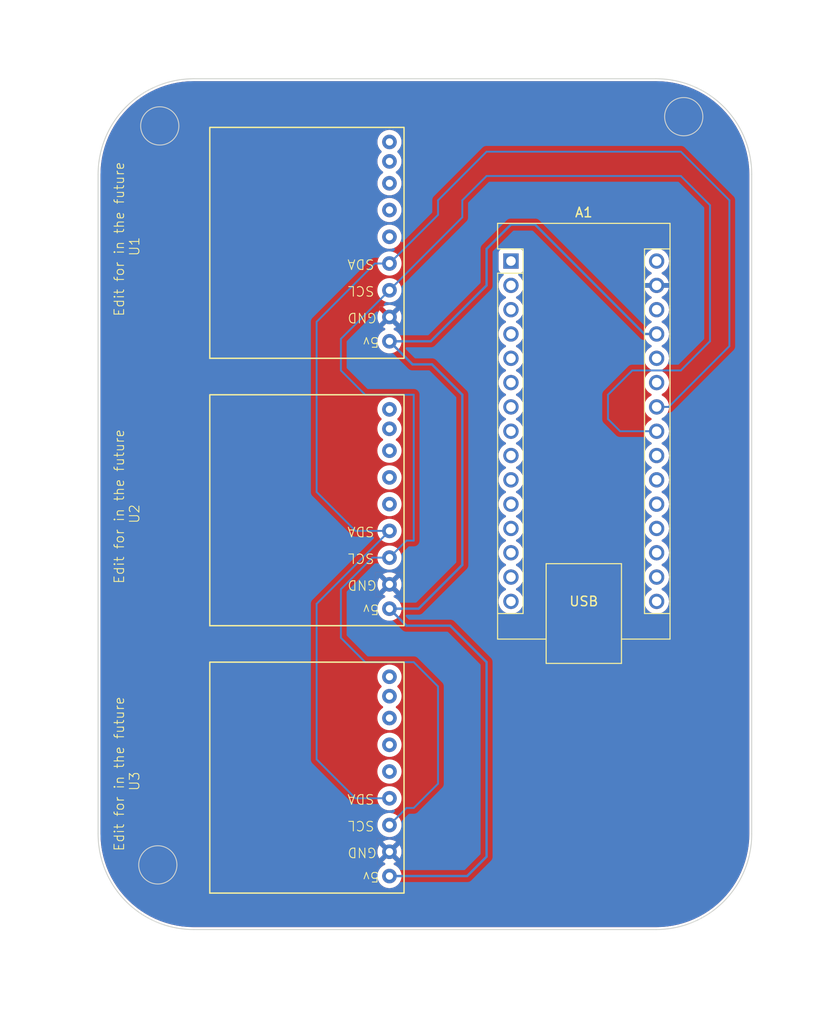
<source format=kicad_pcb>
(kicad_pcb (version 20221018) (generator pcbnew)
  (layers (0 "F.Cu" signal) (31 "B.Cu" signal) (34 "B.Paste" user) (35 "F.Paste" user) (36 "B.SilkS" user "B.Silkscreen") (37 "F.SilkS" user "F.Silkscreen") (38 "B.Mask" user) (39 "F.Mask" user) (44 "Edge.Cuts" user))
  (net 0 "")
  (net 23 "A4")
  (net 24 "A5")
  (net 27 "+5V")
  (net 29 "Net-(A1-GND-Pad29)")
  (footprint "Adafruit_MCP9600:Adafruit-MCP9600" (layer "F.Cu") (at 137.16 127 90)
    (fp_text reference "U3" (at 0.254 -16.51 90 unlocked) (layer "F.SilkS") (effects (font (thickness 0.1))))
    (fp_text value "~")
    (fp_text user "5v" (at -9.144 9.144 180 unlocked) (layer "F.SilkS") (effects (font (thickness 0.1)) (justify left bottom)))
    (fp_text user "SCL" (at -3.81 8.636 180 unlocked) (layer "F.SilkS") (effects (font (thickness 0.1)) (justify left bottom)))
    (fp_text user "SDA" (at -1.016 8.636 180 unlocked) (layer "F.SilkS") (effects (font (thickness 0.1)) (justify left bottom)))
    (fp_text user "GND" (at -6.604 8.89 180 unlocked) (layer "F.SilkS") (effects (font (thickness 0.1)) (justify left bottom)))
    (fp_text user "Edit for in the future " (at -7.112 -17.526 90 unlocked) (layer "F.SilkS") (effects (font (thickness 0.1)) (justify left bottom)))
    (fp_rect (start -11.43 -8.636) (end 12.7 11.684) (stroke (width 0.15)) (fill none) (layer "F.SilkS"))
    (pad "1" thru_hole circle (at -9.652 10.16 90) (size 1.524 1.524) (drill 0.762) (layers "*.Cu" "*.Mask") (net 27 "+5V"))
    (pad "2" thru_hole circle (at -7.112 10.16 90) (size 1.524 1.524) (drill 0.762) (layers "*.Cu" "*.Mask") (net 29 "Net-(A1-GND-Pad29)"))
    (pad "3" thru_hole circle (at -4.318 10.16 90) (size 1.524 1.524) (drill 0.762) (layers "*.Cu" "*.Mask") (net 23 "A4"))
    (pad "4" thru_hole circle (at -1.524 10.16 90) (size 1.524 1.524) (drill 0.762) (layers "*.Cu" "*.Mask") (net 24 "A5"))
    (pad "5" thru_hole circle (at 1.27 10.16 90) (size 1.524 1.524) (drill 0.762) (layers "*.Cu" "*.Mask"))
    (pad "6" thru_hole circle (at 4.064 10.16 90) (size 1.524 1.524) (drill 0.762) (layers "*.Cu" "*.Mask"))
    (pad "7" thru_hole circle (at 6.858 10.16 90) (size 1.524 1.524) (drill 0.762) (layers "*.Cu" "*.Mask"))
    (pad "8" thru_hole circle (at 9.144 10.16 90) (size 1.524 1.524) (drill 0.762) (layers "*.Cu" "*.Mask"))
    (pad "9" thru_hole circle (at 11.176 10.16 90) (size 1.524 1.524) (drill 0.762) (layers "*.Cu" "*.Mask"))
  )
  (footprint "Adafruit_MCP9600:Adafruit-MCP9600" (layer "F.Cu") (at 137.16 99.06 90)
    (fp_text reference "U2" (at 0.254 -16.51 90 unlocked) (layer "F.SilkS") (effects (font (thickness 0.1))))
    (fp_text value "~")
    (fp_text user "SDA" (at -1.016 8.636 180 unlocked) (layer "F.SilkS") (effects (font (thickness 0.1)) (justify left bottom)))
    (fp_text user "Edit for in the future " (at -7.112 -17.526 90 unlocked) (layer "F.SilkS") (effects (font (thickness 0.1)) (justify left bottom)))
    (fp_text user "SCL" (at -3.81 8.636 180 unlocked) (layer "F.SilkS") (effects (font (thickness 0.1)) (justify left bottom)))
    (fp_text user "5v" (at -9.144 9.144 180 unlocked) (layer "F.SilkS") (effects (font (thickness 0.1)) (justify left bottom)))
    (fp_text user "GND" (at -6.604 8.89 180 unlocked) (layer "F.SilkS") (effects (font (thickness 0.1)) (justify left bottom)))
    (fp_rect (start -11.43 -8.636) (end 12.7 11.684) (stroke (width 0.15)) (fill none) (layer "F.SilkS"))
    (pad "1" thru_hole circle (at -9.652 10.16 90) (size 1.524 1.524) (drill 0.762) (layers "*.Cu" "*.Mask") (net 27 "+5V"))
    (pad "2" thru_hole circle (at -7.112 10.16 90) (size 1.524 1.524) (drill 0.762) (layers "*.Cu" "*.Mask") (net 29 "Net-(A1-GND-Pad29)"))
    (pad "3" thru_hole circle (at -4.318 10.16 90) (size 1.524 1.524) (drill 0.762) (layers "*.Cu" "*.Mask") (net 23 "A4"))
    (pad "4" thru_hole circle (at -1.524 10.16 90) (size 1.524 1.524) (drill 0.762) (layers "*.Cu" "*.Mask") (net 24 "A5"))
    (pad "5" thru_hole circle (at 1.27 10.16 90) (size 1.524 1.524) (drill 0.762) (layers "*.Cu" "*.Mask"))
    (pad "6" thru_hole circle (at 4.064 10.16 90) (size 1.524 1.524) (drill 0.762) (layers "*.Cu" "*.Mask"))
    (pad "7" thru_hole circle (at 6.858 10.16 90) (size 1.524 1.524) (drill 0.762) (layers "*.Cu" "*.Mask"))
    (pad "8" thru_hole circle (at 9.144 10.16 90) (size 1.524 1.524) (drill 0.762) (layers "*.Cu" "*.Mask"))
    (pad "9" thru_hole circle (at 11.176 10.16 90) (size 1.524 1.524) (drill 0.762) (layers "*.Cu" "*.Mask"))
  )
  (footprint "Module:Arduino_Nano" (layer "F.Cu") (at 160.03 72.39)
    (fp_text reference "A1" (at 7.62 -5.08) (layer "F.SilkS"))
    (fp_text value "Arduino_Nano_v3.x")
    (fp_text user "USB" (at 7.62 35.56 unlocked) (layer "F.SilkS"))
    (fp_line (start -1.4 -3.94) (end -1.4 -1.27) (stroke (width 0.12)) (layer "F.SilkS"))
    (fp_line (start -1.4 1.27) (end -1.4 39.5) (stroke (width 0.12)) (layer "F.SilkS"))
    (fp_line (start -1.4 39.5) (end 3.68 39.5) (stroke (width 0.12)) (layer "F.SilkS"))
    (fp_line (start 1.27 -1.27) (end -1.4 -1.27) (stroke (width 0.12)) (layer "F.SilkS"))
    (fp_line (start 1.27 1.27) (end -1.4 1.27) (stroke (width 0.12)) (layer "F.SilkS"))
    (fp_line (start 1.27 1.27) (end 1.27 -1.27) (stroke (width 0.12)) (layer "F.SilkS"))
    (fp_line (start 1.27 1.27) (end 1.27 36.83) (stroke (width 0.12)) (layer "F.SilkS"))
    (fp_line (start 1.27 36.83) (end -1.4 36.83) (stroke (width 0.12)) (layer "F.SilkS"))
    (fp_line (start 3.68 31.62) (end 11.56 31.62) (stroke (width 0.12)) (layer "F.SilkS"))
    (fp_line (start 3.68 42.04) (end 3.68 31.62) (stroke (width 0.12)) (layer "F.SilkS"))
    (fp_line (start 11.56 31.62) (end 11.56 42.04) (stroke (width 0.12)) (layer "F.SilkS"))
    (fp_line (start 11.56 42.04) (end 3.68 42.04) (stroke (width 0.12)) (layer "F.SilkS"))
    (fp_line (start 13.97 -1.27) (end 13.97 36.83) (stroke (width 0.12)) (layer "F.SilkS"))
    (fp_line (start 13.97 -1.27) (end 16.64 -1.27) (stroke (width 0.12)) (layer "F.SilkS"))
    (fp_line (start 13.97 36.83) (end 16.64 36.83) (stroke (width 0.12)) (layer "F.SilkS"))
    (fp_line (start 16.64 -3.94) (end -1.4 -3.94) (stroke (width 0.12)) (layer "F.SilkS"))
    (fp_line (start 16.64 39.5) (end 11.56 39.5) (stroke (width 0.12)) (layer "F.SilkS"))
    (fp_line (start 16.64 39.5) (end 16.64 -3.94) (stroke (width 0.12)) (layer "F.SilkS"))
    (pad "1" thru_hole rect (at 0 0) (size 1.6 1.6) (drill 1) (layers "*.Cu" "*.Mask"))
    (pad "2" thru_hole oval (at 0 2.54) (size 1.6 1.6) (drill 1) (layers "*.Cu" "*.Mask"))
    (pad "3" thru_hole oval (at 0 5.08) (size 1.6 1.6) (drill 1) (layers "*.Cu" "*.Mask"))
    (pad "4" thru_hole oval (at 0 7.62) (size 1.6 1.6) (drill 1) (layers "*.Cu" "*.Mask"))
    (pad "5" thru_hole oval (at 0 10.16) (size 1.6 1.6) (drill 1) (layers "*.Cu" "*.Mask"))
    (pad "6" thru_hole oval (at 0 12.7) (size 1.6 1.6) (drill 1) (layers "*.Cu" "*.Mask"))
    (pad "7" thru_hole oval (at 0 15.24) (size 1.6 1.6) (drill 1) (layers "*.Cu" "*.Mask"))
    (pad "8" thru_hole oval (at 0 17.78) (size 1.6 1.6) (drill 1) (layers "*.Cu" "*.Mask"))
    (pad "9" thru_hole oval (at 0 20.32) (size 1.6 1.6) (drill 1) (layers "*.Cu" "*.Mask"))
    (pad "10" thru_hole oval (at 0 22.86) (size 1.6 1.6) (drill 1) (layers "*.Cu" "*.Mask"))
    (pad "11" thru_hole oval (at 0 25.4) (size 1.6 1.6) (drill 1) (layers "*.Cu" "*.Mask"))
    (pad "12" thru_hole oval (at 0 27.94) (size 1.6 1.6) (drill 1) (layers "*.Cu" "*.Mask"))
    (pad "13" thru_hole oval (at 0 30.48) (size 1.6 1.6) (drill 1) (layers "*.Cu" "*.Mask"))
    (pad "14" thru_hole oval (at 0 33.02) (size 1.6 1.6) (drill 1) (layers "*.Cu" "*.Mask"))
    (pad "15" thru_hole oval (at 0 35.56) (size 1.6 1.6) (drill 1) (layers "*.Cu" "*.Mask"))
    (pad "16" thru_hole oval (at 15.24 35.56) (size 1.6 1.6) (drill 1) (layers "*.Cu" "*.Mask"))
    (pad "17" thru_hole oval (at 15.24 33.02) (size 1.6 1.6) (drill 1) (layers "*.Cu" "*.Mask"))
    (pad "18" thru_hole oval (at 15.24 30.48) (size 1.6 1.6) (drill 1) (layers "*.Cu" "*.Mask"))
    (pad "19" thru_hole oval (at 15.24 27.94) (size 1.6 1.6) (drill 1) (layers "*.Cu" "*.Mask"))
    (pad "20" thru_hole oval (at 15.24 25.4) (size 1.6 1.6) (drill 1) (layers "*.Cu" "*.Mask"))
    (pad "21" thru_hole oval (at 15.24 22.86) (size 1.6 1.6) (drill 1) (layers "*.Cu" "*.Mask"))
    (pad "22" thru_hole oval (at 15.24 20.32) (size 1.6 1.6) (drill 1) (layers "*.Cu" "*.Mask"))
    (pad "23" thru_hole oval (at 15.24 17.78) (size 1.6 1.6) (drill 1) (layers "*.Cu" "*.Mask") (net 23 "A4"))
    (pad "24" thru_hole oval (at 15.24 15.24) (size 1.6 1.6) (drill 1) (layers "*.Cu" "*.Mask") (net 24 "A5"))
    (pad "25" thru_hole oval (at 15.24 12.7) (size 1.6 1.6) (drill 1) (layers "*.Cu" "*.Mask"))
    (pad "26" thru_hole oval (at 15.24 10.16) (size 1.6 1.6) (drill 1) (layers "*.Cu" "*.Mask"))
    (pad "27" thru_hole oval (at 15.24 7.62) (size 1.6 1.6) (drill 1) (layers "*.Cu" "*.Mask") (net 27 "+5V"))
    (pad "28" thru_hole oval (at 15.24 5.08) (size 1.6 1.6) (drill 1) (layers "*.Cu" "*.Mask"))
    (pad "29" thru_hole oval (at 15.24 2.54) (size 1.6 1.6) (drill 1) (layers "*.Cu" "*.Mask") (net 29 "Net-(A1-GND-Pad29)"))
    (pad "30" thru_hole oval (at 15.24 0) (size 1.6 1.6) (drill 1) (layers "*.Cu" "*.Mask"))
  )
  (footprint "Adafruit_MCP9600:Adafruit-MCP9600" (layer "F.Cu") (at 137.16 71.12 90)
    (fp_text reference "U1" (at 0.254 -16.51 90 unlocked) (layer "F.SilkS") (effects (font (thickness 0.1))))
    (fp_text value "~")
    (fp_text user "GND" (at -6.604 8.89 180 unlocked) (layer "F.SilkS") (effects (font (thickness 0.1)) (justify left bottom)))
    (fp_text user "SDA" (at -1.016 8.636 180 unlocked) (layer "F.SilkS") (effects (font (thickness 0.1)) (justify left bottom)))
    (fp_text user "SCL" (at -3.81 8.636 180 unlocked) (layer "F.SilkS") (effects (font (thickness 0.1)) (justify left bottom)))
    (fp_text user "5v" (at -9.144 9.144 180 unlocked) (layer "F.SilkS") (effects (font (thickness 0.1)) (justify left bottom)))
    (fp_text user "Edit for in the future " (at -7.112 -17.526 90 unlocked) (layer "F.SilkS") (effects (font (thickness 0.1)) (justify left bottom)))
    (fp_rect (start -11.43 -8.636) (end 12.7 11.684) (stroke (width 0.15)) (fill none) (layer "F.SilkS"))
    (pad "1" thru_hole circle (at -9.652 10.16 90) (size 1.524 1.524) (drill 0.762) (layers "*.Cu" "*.Mask") (net 27 "+5V"))
    (pad "2" thru_hole circle (at -7.112 10.16 90) (size 1.524 1.524) (drill 0.762) (layers "*.Cu" "*.Mask") (net 29 "Net-(A1-GND-Pad29)"))
    (pad "3" thru_hole circle (at -4.318 10.16 90) (size 1.524 1.524) (drill 0.762) (layers "*.Cu" "*.Mask") (net 23 "A4"))
    (pad "4" thru_hole circle (at -1.524 10.16 90) (size 1.524 1.524) (drill 0.762) (layers "*.Cu" "*.Mask") (net 24 "A5"))
    (pad "5" thru_hole circle (at 1.27 10.16 90) (size 1.524 1.524) (drill 0.762) (layers "*.Cu" "*.Mask"))
    (pad "6" thru_hole circle (at 4.064 10.16 90) (size 1.524 1.524) (drill 0.762) (layers "*.Cu" "*.Mask"))
    (pad "7" thru_hole circle (at 6.858 10.16 90) (size 1.524 1.524) (drill 0.762) (layers "*.Cu" "*.Mask"))
    (pad "8" thru_hole circle (at 9.144 10.16 90) (size 1.524 1.524) (drill 0.762) (layers "*.Cu" "*.Mask"))
    (pad "9" thru_hole circle (at 11.176 10.16 90) (size 1.524 1.524) (drill 0.762) (layers "*.Cu" "*.Mask"))
  )
  (gr_circle (center 123.2916 58.2676) (end 125.2916 58.2676) (stroke (width 0.1)) (fill none) (layer "Edge.Cuts"))
  (gr_arc (start 185.2168 132.24) (mid 182.287868 139.311068) (end 175.2168 142.24) (stroke (width 0.1)) (layer "Edge.Cuts"))
  (gr_arc (start 126.84 142.24) (mid 119.768932 139.311068) (end 116.84 132.24) (stroke (width 0.1)) (layer "Edge.Cuts"))
  (gr_arc (start 175.2168 53.34) (mid 182.287868 56.268932) (end 185.2168 63.34) (stroke (width 0.1)) (layer "Edge.Cuts"))
  (gr_line (start 185.2168 63.34) (end 185.2168 132.24) (stroke (width 0.1)) (layer "Edge.Cuts"))
  (gr_circle (center 178.1048 57.3024) (end 180.1048 57.3024) (stroke (width 0.1)) (fill none) (layer "Edge.Cuts"))
  (gr_line (start 126.84 53.34) (end 175.2168 53.34) (stroke (width 0.1)) (layer "Edge.Cuts"))
  (gr_arc (start 116.84 63.34) (mid 119.768932 56.268932) (end 126.84 53.34) (stroke (width 0.1)) (layer "Edge.Cuts"))
  (gr_line (start 175.2168 142.24) (end 126.84 142.24) (stroke (width 0.1)) (layer "Edge.Cuts"))
  (gr_line (start 116.84 132.24) (end 116.84 63.34) (stroke (width 0.1)) (layer "Edge.Cuts"))
  (gr_circle (center 123.0884 135.4836) (end 125.0884 135.4836) (stroke (width 0.1)) (fill none) (layer "Edge.Cuts"))
  (segment (start 177.8 83.82) (end 172.72 83.82) (width 0.2) (layer "B.Cu") (net 23))
  (segment (start 152.4 127) (end 149.86 129.54) (width 0.2) (layer "B.Cu") (net 23))
  (segment (start 154.94 66.04) (end 154.94 67.818) (width 0.2) (layer "B.Cu") (net 23))
  (segment (start 180.848 80.772) (end 177.8 83.82) (width 0.2) (layer "B.Cu") (net 23))
  (segment (start 157.48 63.5) (end 154.94 66.04) (width 0.2) (layer "B.Cu") (net 23))
  (segment (start 145.542 103.378) (end 142.24 106.68) (width 0.2) (layer "B.Cu") (net 23))
  (segment (start 149.098 129.54) (end 147.32 131.318) (width 0.2) (layer "B.Cu") (net 23))
  (segment (start 171.45 90.17) (end 175.27 90.17) (width 0.2) (layer "B.Cu") (net 23))
  (segment (start 144.78 114.3) (end 149.86 114.3) (width 0.2) (layer "B.Cu") (net 23))
  (segment (start 149.86 101.6) (end 149.098 101.6) (width 0.2) (layer "B.Cu") (net 23))
  (segment (start 149.86 114.3) (end 152.4 116.84) (width 0.2) (layer "B.Cu") (net 23))
  (segment (start 170.18 86.36) (end 170.18 88.9) (width 0.2) (layer "B.Cu") (net 23))
  (segment (start 144.78 86.36) (end 149.86 86.36) (width 0.2) (layer "B.Cu") (net 23))
  (segment (start 142.24 111.76) (end 144.78 114.3) (width 0.2) (layer "B.Cu") (net 23))
  (segment (start 152.4 116.84) (end 152.4 127) (width 0.2) (layer "B.Cu") (net 23))
  (segment (start 180.848 66.548) (end 180.848 80.772) (width 0.2) (layer "B.Cu") (net 23))
  (segment (start 157.48 63.5) (end 177.8 63.5) (width 0.2) (layer "B.Cu") (net 23))
  (segment (start 147.32 103.378) (end 145.542 103.378) (width 0.2) (layer "B.Cu") (net 23))
  (segment (start 142.24 80.518) (end 142.24 83.82) (width 0.2) (layer "B.Cu") (net 23))
  (segment (start 177.8 63.5) (end 180.848 66.548) (width 0.2) (layer "B.Cu") (net 23))
  (segment (start 142.24 106.68) (end 142.24 111.76) (width 0.2) (layer "B.Cu") (net 23))
  (segment (start 149.86 129.54) (end 149.098 129.54) (width 0.2) (layer "B.Cu") (net 23))
  (segment (start 142.24 83.82) (end 144.78 86.36) (width 0.2) (layer "B.Cu") (net 23))
  (segment (start 170.18 88.9) (end 171.45 90.17) (width 0.2) (layer "B.Cu") (net 23))
  (segment (start 149.86 86.36) (end 149.86 101.6) (width 0.2) (layer "B.Cu") (net 23))
  (segment (start 149.098 101.6) (end 147.32 103.378) (width 0.2) (layer "B.Cu") (net 23))
  (segment (start 172.72 83.82) (end 170.18 86.36) (width 0.2) (layer "B.Cu") (net 23))
  (segment (start 147.32 75.438) (end 154.94 67.818) (width 0.2) (layer "B.Cu") (net 23))
  (segment (start 147.32 75.438) (end 142.24 80.518) (width 0.2) (layer "B.Cu") (net 23))
  (segment (start 147.32 72.644) (end 152.4 67.564) (width 0.2) (layer "B.Cu") (net 24))
  (segment (start 143.764 100.584) (end 139.7 96.52) (width 0.2) (layer "B.Cu") (net 24))
  (segment (start 182.88 81.28) (end 176.53 87.63) (width 0.2) (layer "B.Cu") (net 24))
  (segment (start 176.53 87.63) (end 175.27 87.63) (width 0.2) (layer "B.Cu") (net 24))
  (segment (start 157.48 60.96) (end 152.4 66.04) (width 0.2) (layer "B.Cu") (net 24))
  (segment (start 177.8 60.96) (end 182.88 66.04) (width 0.2) (layer "B.Cu") (net 24))
  (segment (start 139.7 124.46) (end 139.7 108.204) (width 0.2) (layer "B.Cu") (net 24))
  (segment (start 157.48 60.96) (end 177.8 60.96) (width 0.2) (layer "B.Cu") (net 24))
  (segment (start 139.7 108.204) (end 147.32 100.584) (width 0.2) (layer "B.Cu") (net 24))
  (segment (start 139.7 78.74) (end 145.796 72.644) (width 0.2) (layer "B.Cu") (net 24))
  (segment (start 139.7 78.74) (end 139.7 96.52) (width 0.2) (layer "B.Cu") (net 24))
  (segment (start 182.88 66.04) (end 182.88 81.28) (width 0.2) (layer "B.Cu") (net 24))
  (segment (start 143.764 128.524) (end 147.32 128.524) (width 0.2) (layer "B.Cu") (net 24))
  (segment (start 145.796 72.644) (end 147.32 72.644) (width 0.2) (layer "B.Cu") (net 24))
  (segment (start 152.4 66.04) (end 152.4 67.564) (width 0.2) (layer "B.Cu") (net 24))
  (segment (start 143.764 100.584) (end 147.32 100.584) (width 0.2) (layer "B.Cu") (net 24))
  (segment (start 139.7 124.46) (end 143.764 128.524) (width 0.2) (layer "B.Cu") (net 24))
  (segment (start 147.32 108.712) (end 147.32 109.22) (width 0.25) (layer "F.Cu") (net 27))
  (segment (start 147.32 80.772) (end 147.32 81.28) (width 0.25) (layer "F.Cu") (net 27))
  (segment (start 160.02 68.58) (end 157.48 71.12) (width 0.25) (layer "B.Cu") (net 27))
  (segment (start 151.765 83.185) (end 154.94 86.36) (width 0.25) (layer "B.Cu") (net 27))
  (segment (start 150.368 108.712) (end 147.32 108.712) (width 0.25) (layer "B.Cu") (net 27))
  (segment (start 155.448 136.652) (end 147.32 136.652) (width 0.25) (layer "B.Cu") (net 27))
  (segment (start 175.27 80.01) (end 173.99 80.01) (width 0.25) (layer "B.Cu") (net 27))
  (segment (start 147.32 108.712) (end 149.098 110.49) (width 0.25) (layer "B.Cu") (net 27))
  (segment (start 153.67 110.49) (end 157.48 114.3) (width 0.25) (layer "B.Cu") (net 27))
  (segment (start 157.48 134.62) (end 155.448 136.652) (width 0.25) (layer "B.Cu") (net 27))
  (segment (start 154.94 86.36) (end 154.94 104.14) (width 0.25) (layer "B.Cu") (net 27))
  (segment (start 173.99 80.01) (end 162.56 68.58) (width 0.25) (layer "B.Cu") (net 27))
  (segment (start 162.56 68.58) (end 160.02 68.58) (width 0.25) (layer "B.Cu") (net 27))
  (segment (start 149.733 83.185) (end 151.765 83.185) (width 0.25) (layer "B.Cu") (net 27))
  (segment (start 149.098 110.49) (end 153.67 110.49) (width 0.25) (layer "B.Cu") (net 27))
  (segment (start 157.48 114.3) (end 157.48 134.62) (width 0.25) (layer "B.Cu") (net 27))
  (segment (start 147.32 80.772) (end 149.733 83.185) (width 0.25) (layer "B.Cu") (net 27))
  (segment (start 157.48 74.93) (end 151.638 80.772) (width 0.25) (layer "B.Cu") (net 27))
  (segment (start 151.638 80.772) (end 147.32 80.772) (width 0.25) (layer "B.Cu") (net 27))
  (segment (start 154.94 104.14) (end 150.368 108.712) (width 0.25) (layer "B.Cu") (net 27))
  (segment (start 157.48 71.12) (end 157.48 74.93) (width 0.25) (layer "B.Cu") (net 27))
  (segment (start 147.32 78.232) (end 147.32 78.74) (width 0.25) (layer "F.Cu") (net 29))
  (zone (net 29) (net_name "Net-(A1-GND-Pad29)") (layer "F.Cu") (connect_pads (clearance 0.5)) (min_thickness 0.25) (fill yes (thermal_gap 0.5) (thermal_bridge_width 0.5))
    (polygon (pts (xy 111.9632 50.4952) (xy 112.0648 147.5232) (xy 188.0616 147.0152) (xy 187.706 50.4952)))
  )
  (zone (net 29) (net_name "Net-(A1-GND-Pad29)") (layers "F&B.Cu") (priority 3) (connect_pads (clearance 0.5)) (min_thickness 0.25) (fill yes (thermal_gap 0.5) (thermal_bridge_width 0.5))
    (polygon (pts (xy 146.2532 77.1652) (xy 146.2024 79.5528) (xy 148.8948 79.5528) (xy 148.844 77.1144)))
  )
  (zone (net 29) (net_name "Net-(A1-GND-Pad29)") (layers "F&B.Cu") (priority 2) (connect_pads (clearance 0.5)) (min_thickness 0.25) (fill yes (thermal_gap 0.5) (thermal_bridge_width 0.5))
    (polygon (pts (xy 173.99 73.8632) (xy 176.7332 73.7108) (xy 176.7332 76.3016) (xy 173.9392 76.2508)))
  )
  (zone (net 29) (net_name "Net-(A1-GND-Pad29)") (layers "F&B.Cu") (priority 4) (connect_pads (clearance 0.5)) (min_thickness 0.25) (fill yes (thermal_gap 0.5) (thermal_bridge_width 0.5))
    (polygon (pts (xy 145.8468 104.902) (xy 145.8976 107.4928) (xy 148.7932 107.442) (xy 148.7932 104.9528)))
  )
  (zone (net 29) (net_name "Net-(A1-GND-Pad29)") (layers "F&B.Cu") (priority 5) (connect_pads (clearance 0.5)) (min_thickness 0.25) (fill yes (thermal_gap 0.5) (thermal_bridge_width 0.5))
    (polygon (pts (xy 145.9992 132.7404) (xy 146.05 135.4328) (xy 148.7932 135.4328) (xy 148.7424 132.7912) (xy 145.9992 132.6896)))
  )
  (zone (net 29) (net_name "Net-(A1-GND-Pad29)") (layer "B.Cu") (priority 1) (connect_pads (clearance 0.5)) (min_thickness 0.25) (fill yes (thermal_gap 0.5) (thermal_bridge_width 0.5))
    (polygon (pts (xy 107.1372 46.4312) (xy 193.0908 45.1104) (xy 193.0908 152.0952) (xy 106.5784 152.0952)))
  )
)
</source>
